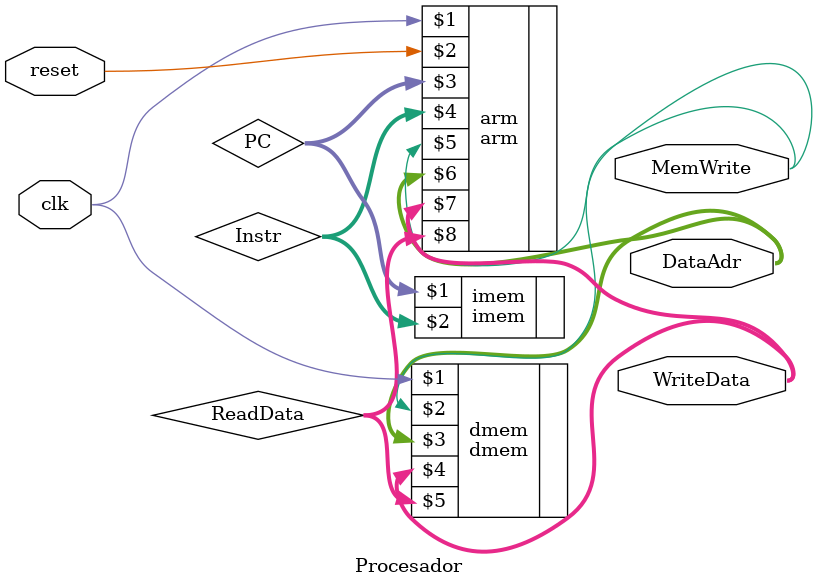
<source format=sv>
module Procesador(input logic clk, reset,
						output logic [31:0] WriteData, DataAdr,
						output logic MemWrite);
						
	logic [31:0] PC, Instr, ReadData;
	
	 arm arm(clk, reset, PC, Instr, MemWrite, DataAdr,
					WriteData, ReadData);
					
				
	 imem imem(PC, Instr);
	
	 dmem dmem(clk, MemWrite, DataAdr, WriteData, ReadData);
endmodule

</source>
